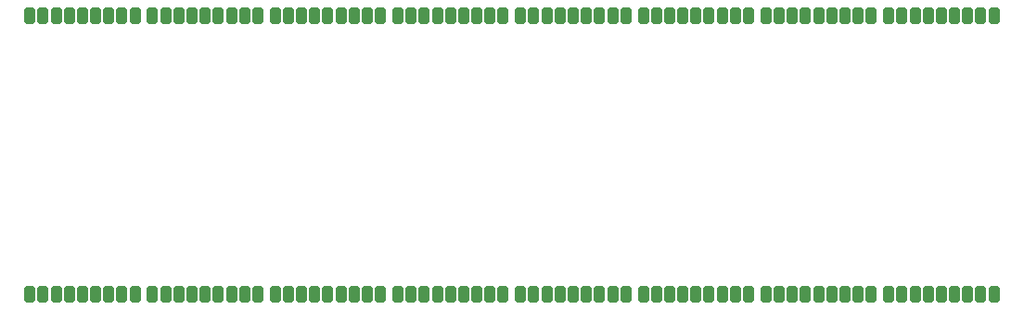
<source format=gbp>
G04 #@! TF.GenerationSoftware,KiCad,Pcbnew,(6.0.2-0)*
G04 #@! TF.CreationDate,2022-08-25T13:36:13+02:00*
G04 #@! TF.ProjectId,nixie,6e697869-652e-46b6-9963-61645f706362,rev?*
G04 #@! TF.SameCoordinates,Original*
G04 #@! TF.FileFunction,Paste,Bot*
G04 #@! TF.FilePolarity,Positive*
%FSLAX46Y46*%
G04 Gerber Fmt 4.6, Leading zero omitted, Abs format (unit mm)*
G04 Created by KiCad (PCBNEW (6.0.2-0)) date 2022-08-25 13:36:13*
%MOMM*%
%LPD*%
G01*
G04 APERTURE LIST*
G04 Aperture macros list*
%AMRoundRect*
0 Rectangle with rounded corners*
0 $1 Rounding radius*
0 $2 $3 $4 $5 $6 $7 $8 $9 X,Y pos of 4 corners*
0 Add a 4 corners polygon primitive as box body*
4,1,4,$2,$3,$4,$5,$6,$7,$8,$9,$2,$3,0*
0 Add four circle primitives for the rounded corners*
1,1,$1+$1,$2,$3*
1,1,$1+$1,$4,$5*
1,1,$1+$1,$6,$7*
1,1,$1+$1,$8,$9*
0 Add four rect primitives between the rounded corners*
20,1,$1+$1,$2,$3,$4,$5,0*
20,1,$1+$1,$4,$5,$6,$7,0*
20,1,$1+$1,$6,$7,$8,$9,0*
20,1,$1+$1,$8,$9,$2,$3,0*%
G04 Aperture macros list end*
%ADD10RoundRect,0.250000X0.250000X0.500000X-0.250000X0.500000X-0.250000X-0.500000X0.250000X-0.500000X0*%
%ADD11RoundRect,0.250000X-0.250000X-0.500000X0.250000X-0.500000X0.250000X0.500000X-0.250000X0.500000X0*%
G04 APERTURE END LIST*
D10*
G04 #@! TO.C,CP64*
X47700000Y-40150000D03*
G04 #@! TD*
G04 #@! TO.C,CP104*
X65300000Y-40150000D03*
G04 #@! TD*
G04 #@! TO.C,CP142*
X85300000Y-40150000D03*
G04 #@! TD*
D11*
G04 #@! TO.C,CP12*
X29300000Y-14650000D03*
G04 #@! TD*
G04 #@! TO.C,CP4*
X19300000Y-14650000D03*
G04 #@! TD*
D10*
G04 #@! TO.C,CP32*
X20500000Y-40150000D03*
G04 #@! TD*
D11*
G04 #@! TO.C,CP126*
X103700000Y-14650000D03*
G04 #@! TD*
D10*
G04 #@! TO.C,CP35*
X16900000Y-40150000D03*
G04 #@! TD*
D11*
G04 #@! TO.C,CP85*
X75300000Y-14650000D03*
G04 #@! TD*
D10*
G04 #@! TO.C,CP106*
X62900000Y-40150000D03*
G04 #@! TD*
G04 #@! TO.C,CP130*
X100100000Y-40150000D03*
G04 #@! TD*
D11*
G04 #@! TO.C,CP49*
X52900000Y-14650000D03*
G04 #@! TD*
G04 #@! TO.C,CP1*
X15700000Y-14650000D03*
G04 #@! TD*
G04 #@! TO.C,CP47*
X50500000Y-14650000D03*
G04 #@! TD*
D10*
G04 #@! TO.C,CP101*
X68900000Y-40150000D03*
G04 #@! TD*
D11*
G04 #@! TO.C,CP73*
X60500000Y-14650000D03*
G04 #@! TD*
G04 #@! TO.C,CP43*
X45300000Y-14650000D03*
G04 #@! TD*
D10*
G04 #@! TO.C,CP102*
X67700000Y-40150000D03*
G04 #@! TD*
G04 #@! TO.C,CP139*
X88900000Y-40150000D03*
G04 #@! TD*
G04 #@! TO.C,CP138*
X90100000Y-40150000D03*
G04 #@! TD*
G04 #@! TO.C,CP140*
X87700000Y-40150000D03*
G04 #@! TD*
G04 #@! TO.C,CP97*
X74100000Y-40150000D03*
G04 #@! TD*
G04 #@! TO.C,CP127*
X103700000Y-40150000D03*
G04 #@! TD*
D11*
G04 #@! TO.C,CP122*
X98900000Y-14650000D03*
G04 #@! TD*
G04 #@! TO.C,CP40*
X41700000Y-14650000D03*
G04 #@! TD*
G04 #@! TO.C,CP7*
X22900000Y-14650000D03*
G04 #@! TD*
D10*
G04 #@! TO.C,CP131*
X98900000Y-40150000D03*
G04 #@! TD*
G04 #@! TO.C,CP29*
X24100000Y-40150000D03*
G04 #@! TD*
D11*
G04 #@! TO.C,CP37*
X38100000Y-14650000D03*
G04 #@! TD*
G04 #@! TO.C,CP81*
X70100000Y-14650000D03*
G04 #@! TD*
G04 #@! TO.C,CP45*
X47700000Y-14650000D03*
G04 #@! TD*
D10*
G04 #@! TO.C,CP28*
X25300000Y-40150000D03*
G04 #@! TD*
G04 #@! TO.C,CP129*
X101300000Y-40150000D03*
G04 #@! TD*
D11*
G04 #@! TO.C,CP86*
X76500000Y-14650000D03*
G04 #@! TD*
G04 #@! TO.C,CP76*
X64100000Y-14650000D03*
G04 #@! TD*
G04 #@! TO.C,CP77*
X65300000Y-14650000D03*
G04 #@! TD*
G04 #@! TO.C,CP116*
X91300000Y-14650000D03*
G04 #@! TD*
G04 #@! TO.C,CP120*
X96500000Y-14650000D03*
G04 #@! TD*
D10*
G04 #@! TO.C,CP100*
X70100000Y-40150000D03*
G04 #@! TD*
D11*
G04 #@! TO.C,CP39*
X40500000Y-14650000D03*
G04 #@! TD*
D10*
G04 #@! TO.C,CP132*
X97700000Y-40150000D03*
G04 #@! TD*
G04 #@! TO.C,CP31*
X21700000Y-40150000D03*
G04 #@! TD*
G04 #@! TO.C,CP71*
X39300000Y-40150000D03*
G04 #@! TD*
G04 #@! TO.C,CP56*
X57700000Y-40150000D03*
G04 #@! TD*
D11*
G04 #@! TO.C,CP110*
X84100000Y-14650000D03*
G04 #@! TD*
D10*
G04 #@! TO.C,CP135*
X94100000Y-40150000D03*
G04 #@! TD*
G04 #@! TO.C,CP96*
X75300000Y-40150000D03*
G04 #@! TD*
G04 #@! TO.C,CP20*
X35300000Y-40150000D03*
G04 #@! TD*
G04 #@! TO.C,CP107*
X61700000Y-40150000D03*
G04 #@! TD*
G04 #@! TO.C,CP27*
X26900000Y-40150000D03*
G04 #@! TD*
G04 #@! TO.C,CP143*
X84100000Y-40150000D03*
G04 #@! TD*
D11*
G04 #@! TO.C,CP79*
X67700000Y-14650000D03*
G04 #@! TD*
G04 #@! TO.C,CP83*
X72900000Y-14650000D03*
G04 #@! TD*
D10*
G04 #@! TO.C,CP103*
X66500000Y-40150000D03*
G04 #@! TD*
D11*
G04 #@! TO.C,CP113*
X87700000Y-14650000D03*
G04 #@! TD*
D10*
G04 #@! TO.C,CP105*
X64100000Y-40150000D03*
G04 #@! TD*
D11*
G04 #@! TO.C,CP44*
X46500000Y-14650000D03*
G04 #@! TD*
D10*
G04 #@! TO.C,CP25*
X29300000Y-40150000D03*
G04 #@! TD*
D11*
G04 #@! TO.C,CP80*
X68900000Y-14650000D03*
G04 #@! TD*
D10*
G04 #@! TO.C,CP92*
X80100000Y-40150000D03*
G04 #@! TD*
D11*
G04 #@! TO.C,CP118*
X94100000Y-14650000D03*
G04 #@! TD*
D10*
G04 #@! TO.C,CP70*
X40500000Y-40150000D03*
G04 #@! TD*
G04 #@! TO.C,CP93*
X78900000Y-40150000D03*
G04 #@! TD*
G04 #@! TO.C,CP66*
X45300000Y-40150000D03*
G04 #@! TD*
G04 #@! TO.C,CP128*
X102500000Y-40150000D03*
G04 #@! TD*
D11*
G04 #@! TO.C,CP48*
X51700000Y-14650000D03*
G04 #@! TD*
D10*
G04 #@! TO.C,CP72*
X38100000Y-40150000D03*
G04 #@! TD*
D11*
G04 #@! TO.C,CP11*
X28100000Y-14650000D03*
G04 #@! TD*
G04 #@! TO.C,CP117*
X92500000Y-14650000D03*
G04 #@! TD*
D10*
G04 #@! TO.C,CP34*
X18100000Y-40150000D03*
G04 #@! TD*
D11*
G04 #@! TO.C,CP50*
X54100000Y-14650000D03*
G04 #@! TD*
D10*
G04 #@! TO.C,CP21*
X34100000Y-40150000D03*
G04 #@! TD*
D11*
G04 #@! TO.C,CP125*
X102500000Y-14650000D03*
G04 #@! TD*
D10*
G04 #@! TO.C,CP62*
X50500000Y-40150000D03*
G04 #@! TD*
D11*
G04 #@! TO.C,CP52*
X56500000Y-14650000D03*
G04 #@! TD*
G04 #@! TO.C,CP119*
X95300000Y-14650000D03*
G04 #@! TD*
D10*
G04 #@! TO.C,CP60*
X52900000Y-40150000D03*
G04 #@! TD*
D11*
G04 #@! TO.C,CP121*
X97700000Y-14650000D03*
G04 #@! TD*
D10*
G04 #@! TO.C,CP94*
X77700000Y-40150000D03*
G04 #@! TD*
D11*
G04 #@! TO.C,CP123*
X100100000Y-14650000D03*
G04 #@! TD*
G04 #@! TO.C,CP84*
X74100000Y-14650000D03*
G04 #@! TD*
D10*
G04 #@! TO.C,CP55*
X58900000Y-40150000D03*
G04 #@! TD*
D11*
G04 #@! TO.C,CP124*
X101300000Y-14650000D03*
G04 #@! TD*
G04 #@! TO.C,CP15*
X32900000Y-14650000D03*
G04 #@! TD*
D10*
G04 #@! TO.C,CP69*
X41700000Y-40150000D03*
G04 #@! TD*
G04 #@! TO.C,CP65*
X46500000Y-40150000D03*
G04 #@! TD*
D11*
G04 #@! TO.C,CP18*
X36500000Y-14650000D03*
G04 #@! TD*
G04 #@! TO.C,CP6*
X21700000Y-14650000D03*
G04 #@! TD*
D10*
G04 #@! TO.C,CP22*
X32900000Y-40150000D03*
G04 #@! TD*
G04 #@! TO.C,CP23*
X31700000Y-40150000D03*
G04 #@! TD*
G04 #@! TO.C,CP67*
X44100000Y-40150000D03*
G04 #@! TD*
D11*
G04 #@! TO.C,CP17*
X35300000Y-14650000D03*
G04 #@! TD*
G04 #@! TO.C,CP111*
X85300000Y-14650000D03*
G04 #@! TD*
G04 #@! TO.C,CP75*
X62900000Y-14650000D03*
G04 #@! TD*
G04 #@! TO.C,CP3*
X18100000Y-14650000D03*
G04 #@! TD*
D10*
G04 #@! TO.C,CP144*
X82900000Y-40150000D03*
G04 #@! TD*
G04 #@! TO.C,CP63*
X49300000Y-40150000D03*
G04 #@! TD*
G04 #@! TO.C,CP141*
X86500000Y-40150000D03*
G04 #@! TD*
G04 #@! TO.C,CP133*
X96500000Y-40150000D03*
G04 #@! TD*
D11*
G04 #@! TO.C,CP14*
X31700000Y-14650000D03*
G04 #@! TD*
G04 #@! TO.C,CP2*
X16900000Y-14650000D03*
G04 #@! TD*
G04 #@! TO.C,CP90*
X81300000Y-14650000D03*
G04 #@! TD*
G04 #@! TO.C,CP112*
X86500000Y-14650000D03*
G04 #@! TD*
G04 #@! TO.C,CP16*
X34100000Y-14650000D03*
G04 #@! TD*
G04 #@! TO.C,CP5*
X20500000Y-14650000D03*
G04 #@! TD*
G04 #@! TO.C,CP89*
X80100000Y-14650000D03*
G04 #@! TD*
G04 #@! TO.C,CP87*
X77700000Y-14650000D03*
G04 #@! TD*
G04 #@! TO.C,CP13*
X30500000Y-14650000D03*
G04 #@! TD*
G04 #@! TO.C,CP82*
X71700000Y-14650000D03*
G04 #@! TD*
D10*
G04 #@! TO.C,CP108*
X60500000Y-40150000D03*
G04 #@! TD*
G04 #@! TO.C,CP36*
X15700000Y-40150000D03*
G04 #@! TD*
G04 #@! TO.C,CP61*
X51700000Y-40150000D03*
G04 #@! TD*
G04 #@! TO.C,CP57*
X56500000Y-40150000D03*
G04 #@! TD*
G04 #@! TO.C,CP95*
X76500000Y-40150000D03*
G04 #@! TD*
G04 #@! TO.C,CP30*
X22900000Y-40150000D03*
G04 #@! TD*
D11*
G04 #@! TO.C,CP10*
X26900000Y-14650000D03*
G04 #@! TD*
D10*
G04 #@! TO.C,CP99*
X71700000Y-40150000D03*
G04 #@! TD*
D11*
G04 #@! TO.C,CP78*
X66500000Y-14650000D03*
G04 #@! TD*
G04 #@! TO.C,CP51*
X55300000Y-14650000D03*
G04 #@! TD*
D10*
G04 #@! TO.C,CP33*
X19300000Y-40150000D03*
G04 #@! TD*
G04 #@! TO.C,CP68*
X42900000Y-40150000D03*
G04 #@! TD*
D11*
G04 #@! TO.C,CP54*
X58900000Y-14650000D03*
G04 #@! TD*
D10*
G04 #@! TO.C,CP24*
X30500000Y-40150000D03*
G04 #@! TD*
G04 #@! TO.C,CP26*
X28100000Y-40150000D03*
G04 #@! TD*
G04 #@! TO.C,CP19*
X36500000Y-40150000D03*
G04 #@! TD*
D11*
G04 #@! TO.C,CP88*
X78900000Y-14650000D03*
G04 #@! TD*
G04 #@! TO.C,CP46*
X49300000Y-14650000D03*
G04 #@! TD*
D10*
G04 #@! TO.C,CP134*
X95300000Y-40150000D03*
G04 #@! TD*
D11*
G04 #@! TO.C,CP41*
X42900000Y-14650000D03*
G04 #@! TD*
D10*
G04 #@! TO.C,CP91*
X81300000Y-40150000D03*
G04 #@! TD*
G04 #@! TO.C,CP137*
X91300000Y-40150000D03*
G04 #@! TD*
G04 #@! TO.C,CP98*
X72900000Y-40150000D03*
G04 #@! TD*
D11*
G04 #@! TO.C,CP114*
X88900000Y-14650000D03*
G04 #@! TD*
G04 #@! TO.C,CP109*
X82900000Y-14650000D03*
G04 #@! TD*
G04 #@! TO.C,CP115*
X90100000Y-14650000D03*
G04 #@! TD*
D10*
G04 #@! TO.C,CP136*
X92500000Y-40150000D03*
G04 #@! TD*
D11*
G04 #@! TO.C,CP74*
X61700000Y-14650000D03*
G04 #@! TD*
G04 #@! TO.C,CP9*
X25300000Y-14650000D03*
G04 #@! TD*
G04 #@! TO.C,CP38*
X39300000Y-14650000D03*
G04 #@! TD*
D10*
G04 #@! TO.C,CP59*
X54100000Y-40150000D03*
G04 #@! TD*
D11*
G04 #@! TO.C,CP42*
X44100000Y-14650000D03*
G04 #@! TD*
D10*
G04 #@! TO.C,CP58*
X55300000Y-40150000D03*
G04 #@! TD*
D11*
G04 #@! TO.C,CP53*
X57700000Y-14650000D03*
G04 #@! TD*
G04 #@! TO.C,CP8*
X24100000Y-14650000D03*
G04 #@! TD*
M02*

</source>
